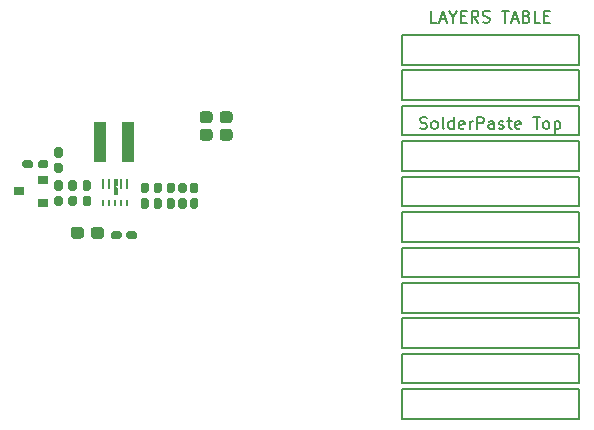
<source format=gbr>
%TF.GenerationSoftware,KiCad,Pcbnew,(5.1.6)-1*%
%TF.CreationDate,2020-07-26T11:23:49+05:30*%
%TF.ProjectId,KiCAD Demo- Buck-Boost Regulator,4b694341-4420-4446-956d-6f2d20427563,rev?*%
%TF.SameCoordinates,Original*%
%TF.FileFunction,Paste,Top*%
%TF.FilePolarity,Positive*%
%FSLAX46Y46*%
G04 Gerber Fmt 4.6, Leading zero omitted, Abs format (unit mm)*
G04 Created by KiCad (PCBNEW (5.1.6)-1) date 2020-07-26 11:23:49*
%MOMM*%
%LPD*%
G01*
G04 APERTURE LIST*
%ADD10C,0.150000*%
%ADD11C,0.010000*%
%ADD12R,0.980000X3.400000*%
%ADD13R,0.900000X0.800000*%
%ADD14R,0.250000X0.600000*%
%ADD15R,0.250000X0.900000*%
%ADD16R,0.250000X1.300000*%
G04 APERTURE END LIST*
D10*
X138726190Y-66202380D02*
X138250000Y-66202380D01*
X138250000Y-65202380D01*
X139011904Y-65916666D02*
X139488095Y-65916666D01*
X138916666Y-66202380D02*
X139250000Y-65202380D01*
X139583333Y-66202380D01*
X140107142Y-65726190D02*
X140107142Y-66202380D01*
X139773809Y-65202380D02*
X140107142Y-65726190D01*
X140440476Y-65202380D01*
X140773809Y-65678571D02*
X141107142Y-65678571D01*
X141250000Y-66202380D02*
X140773809Y-66202380D01*
X140773809Y-65202380D01*
X141250000Y-65202380D01*
X142250000Y-66202380D02*
X141916666Y-65726190D01*
X141678571Y-66202380D02*
X141678571Y-65202380D01*
X142059523Y-65202380D01*
X142154761Y-65250000D01*
X142202380Y-65297619D01*
X142250000Y-65392857D01*
X142250000Y-65535714D01*
X142202380Y-65630952D01*
X142154761Y-65678571D01*
X142059523Y-65726190D01*
X141678571Y-65726190D01*
X142630952Y-66154761D02*
X142773809Y-66202380D01*
X143011904Y-66202380D01*
X143107142Y-66154761D01*
X143154761Y-66107142D01*
X143202380Y-66011904D01*
X143202380Y-65916666D01*
X143154761Y-65821428D01*
X143107142Y-65773809D01*
X143011904Y-65726190D01*
X142821428Y-65678571D01*
X142726190Y-65630952D01*
X142678571Y-65583333D01*
X142630952Y-65488095D01*
X142630952Y-65392857D01*
X142678571Y-65297619D01*
X142726190Y-65250000D01*
X142821428Y-65202380D01*
X143059523Y-65202380D01*
X143202380Y-65250000D01*
X144250000Y-65202380D02*
X144821428Y-65202380D01*
X144535714Y-66202380D02*
X144535714Y-65202380D01*
X145107142Y-65916666D02*
X145583333Y-65916666D01*
X145011904Y-66202380D02*
X145345238Y-65202380D01*
X145678571Y-66202380D01*
X146345238Y-65678571D02*
X146488095Y-65726190D01*
X146535714Y-65773809D01*
X146583333Y-65869047D01*
X146583333Y-66011904D01*
X146535714Y-66107142D01*
X146488095Y-66154761D01*
X146392857Y-66202380D01*
X146011904Y-66202380D01*
X146011904Y-65202380D01*
X146345238Y-65202380D01*
X146440476Y-65250000D01*
X146488095Y-65297619D01*
X146535714Y-65392857D01*
X146535714Y-65488095D01*
X146488095Y-65583333D01*
X146440476Y-65630952D01*
X146345238Y-65678571D01*
X146011904Y-65678571D01*
X147488095Y-66202380D02*
X147011904Y-66202380D01*
X147011904Y-65202380D01*
X147821428Y-65678571D02*
X148154761Y-65678571D01*
X148297619Y-66202380D02*
X147821428Y-66202380D01*
X147821428Y-65202380D01*
X148297619Y-65202380D01*
X137321428Y-75154761D02*
X137464285Y-75202380D01*
X137702380Y-75202380D01*
X137797619Y-75154761D01*
X137845238Y-75107142D01*
X137892857Y-75011904D01*
X137892857Y-74916666D01*
X137845238Y-74821428D01*
X137797619Y-74773809D01*
X137702380Y-74726190D01*
X137511904Y-74678571D01*
X137416666Y-74630952D01*
X137369047Y-74583333D01*
X137321428Y-74488095D01*
X137321428Y-74392857D01*
X137369047Y-74297619D01*
X137416666Y-74250000D01*
X137511904Y-74202380D01*
X137750000Y-74202380D01*
X137892857Y-74250000D01*
X138464285Y-75202380D02*
X138369047Y-75154761D01*
X138321428Y-75107142D01*
X138273809Y-75011904D01*
X138273809Y-74726190D01*
X138321428Y-74630952D01*
X138369047Y-74583333D01*
X138464285Y-74535714D01*
X138607142Y-74535714D01*
X138702380Y-74583333D01*
X138750000Y-74630952D01*
X138797619Y-74726190D01*
X138797619Y-75011904D01*
X138750000Y-75107142D01*
X138702380Y-75154761D01*
X138607142Y-75202380D01*
X138464285Y-75202380D01*
X139369047Y-75202380D02*
X139273809Y-75154761D01*
X139226190Y-75059523D01*
X139226190Y-74202380D01*
X140178571Y-75202380D02*
X140178571Y-74202380D01*
X140178571Y-75154761D02*
X140083333Y-75202380D01*
X139892857Y-75202380D01*
X139797619Y-75154761D01*
X139750000Y-75107142D01*
X139702380Y-75011904D01*
X139702380Y-74726190D01*
X139750000Y-74630952D01*
X139797619Y-74583333D01*
X139892857Y-74535714D01*
X140083333Y-74535714D01*
X140178571Y-74583333D01*
X141035714Y-75154761D02*
X140940476Y-75202380D01*
X140750000Y-75202380D01*
X140654761Y-75154761D01*
X140607142Y-75059523D01*
X140607142Y-74678571D01*
X140654761Y-74583333D01*
X140750000Y-74535714D01*
X140940476Y-74535714D01*
X141035714Y-74583333D01*
X141083333Y-74678571D01*
X141083333Y-74773809D01*
X140607142Y-74869047D01*
X141511904Y-75202380D02*
X141511904Y-74535714D01*
X141511904Y-74726190D02*
X141559523Y-74630952D01*
X141607142Y-74583333D01*
X141702380Y-74535714D01*
X141797619Y-74535714D01*
X142130952Y-75202380D02*
X142130952Y-74202380D01*
X142511904Y-74202380D01*
X142607142Y-74250000D01*
X142654761Y-74297619D01*
X142702380Y-74392857D01*
X142702380Y-74535714D01*
X142654761Y-74630952D01*
X142607142Y-74678571D01*
X142511904Y-74726190D01*
X142130952Y-74726190D01*
X143559523Y-75202380D02*
X143559523Y-74678571D01*
X143511904Y-74583333D01*
X143416666Y-74535714D01*
X143226190Y-74535714D01*
X143130952Y-74583333D01*
X143559523Y-75154761D02*
X143464285Y-75202380D01*
X143226190Y-75202380D01*
X143130952Y-75154761D01*
X143083333Y-75059523D01*
X143083333Y-74964285D01*
X143130952Y-74869047D01*
X143226190Y-74821428D01*
X143464285Y-74821428D01*
X143559523Y-74773809D01*
X143988095Y-75154761D02*
X144083333Y-75202380D01*
X144273809Y-75202380D01*
X144369047Y-75154761D01*
X144416666Y-75059523D01*
X144416666Y-75011904D01*
X144369047Y-74916666D01*
X144273809Y-74869047D01*
X144130952Y-74869047D01*
X144035714Y-74821428D01*
X143988095Y-74726190D01*
X143988095Y-74678571D01*
X144035714Y-74583333D01*
X144130952Y-74535714D01*
X144273809Y-74535714D01*
X144369047Y-74583333D01*
X144702380Y-74535714D02*
X145083333Y-74535714D01*
X144845238Y-74202380D02*
X144845238Y-75059523D01*
X144892857Y-75154761D01*
X144988095Y-75202380D01*
X145083333Y-75202380D01*
X145797619Y-75154761D02*
X145702380Y-75202380D01*
X145511904Y-75202380D01*
X145416666Y-75154761D01*
X145369047Y-75059523D01*
X145369047Y-74678571D01*
X145416666Y-74583333D01*
X145511904Y-74535714D01*
X145702380Y-74535714D01*
X145797619Y-74583333D01*
X145845238Y-74678571D01*
X145845238Y-74773809D01*
X145369047Y-74869047D01*
X146892857Y-74202380D02*
X147464285Y-74202380D01*
X147178571Y-75202380D02*
X147178571Y-74202380D01*
X147940476Y-75202380D02*
X147845238Y-75154761D01*
X147797619Y-75107142D01*
X147750000Y-75011904D01*
X147750000Y-74726190D01*
X147797619Y-74630952D01*
X147845238Y-74583333D01*
X147940476Y-74535714D01*
X148083333Y-74535714D01*
X148178571Y-74583333D01*
X148226190Y-74630952D01*
X148273809Y-74726190D01*
X148273809Y-75011904D01*
X148226190Y-75107142D01*
X148178571Y-75154761D01*
X148083333Y-75202380D01*
X147940476Y-75202380D01*
X148702380Y-74535714D02*
X148702380Y-75535714D01*
X148702380Y-74583333D02*
X148797619Y-74535714D01*
X148988095Y-74535714D01*
X149083333Y-74583333D01*
X149130952Y-74630952D01*
X149178571Y-74726190D01*
X149178571Y-75011904D01*
X149130952Y-75107142D01*
X149083333Y-75154761D01*
X148988095Y-75202380D01*
X148797619Y-75202380D01*
X148702380Y-75154761D01*
X135750000Y-93750000D02*
X135750000Y-91250000D01*
X135750000Y-97250000D02*
X150750000Y-97250000D01*
X150750000Y-93750000D02*
X135750000Y-93750000D01*
X135750000Y-91250000D02*
X150750000Y-91250000D01*
X150750000Y-91250000D02*
X150750000Y-93750000D01*
X135750000Y-99750000D02*
X135750000Y-97250000D01*
X135750000Y-94250000D02*
X150750000Y-94250000D01*
X150750000Y-97250000D02*
X150750000Y-99750000D01*
X150750000Y-94250000D02*
X150750000Y-96750000D01*
X150750000Y-99750000D02*
X135750000Y-99750000D01*
X150750000Y-96750000D02*
X135750000Y-96750000D01*
X135750000Y-96750000D02*
X135750000Y-94250000D01*
X150750000Y-82250000D02*
X150750000Y-84750000D01*
X135750000Y-82250000D02*
X150750000Y-82250000D01*
X135750000Y-85250000D02*
X150750000Y-85250000D01*
X150750000Y-85250000D02*
X150750000Y-87750000D01*
X135750000Y-90750000D02*
X135750000Y-88250000D01*
X150750000Y-88250000D02*
X150750000Y-90750000D01*
X150750000Y-90750000D02*
X135750000Y-90750000D01*
X135750000Y-88250000D02*
X150750000Y-88250000D01*
X135750000Y-84750000D02*
X135750000Y-82250000D01*
X150750000Y-84750000D02*
X135750000Y-84750000D01*
X150750000Y-87750000D02*
X135750000Y-87750000D01*
X135750000Y-87750000D02*
X135750000Y-85250000D01*
X135750000Y-79250000D02*
X150750000Y-79250000D01*
X150750000Y-79250000D02*
X150750000Y-81750000D01*
X150750000Y-81750000D02*
X135750000Y-81750000D01*
X135750000Y-81750000D02*
X135750000Y-79250000D01*
X135750000Y-76250000D02*
X150750000Y-76250000D01*
X150750000Y-76250000D02*
X150750000Y-78750000D01*
X150750000Y-78750000D02*
X135750000Y-78750000D01*
X135750000Y-78750000D02*
X135750000Y-76250000D01*
X135750000Y-73250000D02*
X150750000Y-73250000D01*
X150750000Y-73250000D02*
X150750000Y-75750000D01*
X150750000Y-75750000D02*
X135750000Y-75750000D01*
X135750000Y-75750000D02*
X135750000Y-73250000D01*
X135750000Y-70250000D02*
X150750000Y-70250000D01*
X150750000Y-70250000D02*
X150750000Y-72750000D01*
X150750000Y-72750000D02*
X135750000Y-72750000D01*
X135750000Y-72750000D02*
X135750000Y-70250000D01*
X135750000Y-69750000D02*
X135750000Y-67250000D01*
X150750000Y-69750000D02*
X135750000Y-69750000D01*
X150750000Y-67250000D02*
X150750000Y-69750000D01*
X135750000Y-67250000D02*
X150750000Y-67250000D01*
D11*
%TO.C,U1*%
G36*
X111625000Y-80200000D02*
G01*
X111625000Y-80650000D01*
X111624931Y-80652617D01*
X111624726Y-80655226D01*
X111624384Y-80657822D01*
X111623907Y-80660396D01*
X111623296Y-80662941D01*
X111622553Y-80665451D01*
X111621679Y-80667918D01*
X111620677Y-80670337D01*
X111619550Y-80672700D01*
X111618301Y-80675000D01*
X111616934Y-80677232D01*
X111615451Y-80679389D01*
X111613857Y-80681466D01*
X111612157Y-80683457D01*
X111610355Y-80685355D01*
X111608457Y-80687157D01*
X111606466Y-80688857D01*
X111604389Y-80690451D01*
X111602232Y-80691934D01*
X111600000Y-80693301D01*
X111597700Y-80694550D01*
X111595337Y-80695677D01*
X111592918Y-80696679D01*
X111590451Y-80697553D01*
X111587941Y-80698296D01*
X111585396Y-80698907D01*
X111582822Y-80699384D01*
X111580226Y-80699726D01*
X111577617Y-80699932D01*
X111575000Y-80700000D01*
X111425000Y-80700000D01*
X111422383Y-80699932D01*
X111419774Y-80699726D01*
X111417178Y-80699384D01*
X111414604Y-80698907D01*
X111412059Y-80698296D01*
X111409549Y-80697553D01*
X111407082Y-80696679D01*
X111404663Y-80695677D01*
X111402300Y-80694550D01*
X111400000Y-80693301D01*
X111397768Y-80691934D01*
X111395611Y-80690451D01*
X111393534Y-80688857D01*
X111391543Y-80687157D01*
X111389645Y-80685355D01*
X111387843Y-80683457D01*
X111386143Y-80681466D01*
X111384549Y-80679389D01*
X111383066Y-80677232D01*
X111381699Y-80675000D01*
X111380450Y-80672700D01*
X111379323Y-80670337D01*
X111378321Y-80667918D01*
X111377447Y-80665451D01*
X111376704Y-80662941D01*
X111376093Y-80660396D01*
X111375616Y-80657822D01*
X111375274Y-80655226D01*
X111375069Y-80652617D01*
X111375000Y-80650000D01*
X111375000Y-80200000D01*
X111375069Y-80197383D01*
X111375274Y-80194774D01*
X111375616Y-80192178D01*
X111376093Y-80189604D01*
X111376704Y-80187059D01*
X111377447Y-80184549D01*
X111378321Y-80182082D01*
X111379323Y-80179663D01*
X111380450Y-80177300D01*
X111381699Y-80175000D01*
X111383066Y-80172768D01*
X111384549Y-80170611D01*
X111386143Y-80168534D01*
X111387843Y-80166543D01*
X111389645Y-80164645D01*
X111391543Y-80162843D01*
X111393534Y-80161143D01*
X111395611Y-80159549D01*
X111397768Y-80158066D01*
X111400000Y-80156699D01*
X111402300Y-80155450D01*
X111404663Y-80154323D01*
X111407082Y-80153321D01*
X111409549Y-80152447D01*
X111412059Y-80151704D01*
X111414604Y-80151093D01*
X111417178Y-80150616D01*
X111419774Y-80150274D01*
X111422383Y-80150069D01*
X111425000Y-80150000D01*
X111575000Y-80150000D01*
X111577617Y-80150069D01*
X111580226Y-80150274D01*
X111582822Y-80150616D01*
X111585396Y-80151093D01*
X111587941Y-80151704D01*
X111590451Y-80152447D01*
X111592918Y-80153321D01*
X111595337Y-80154323D01*
X111597700Y-80155450D01*
X111600000Y-80156699D01*
X111602232Y-80158066D01*
X111604389Y-80159549D01*
X111606466Y-80161143D01*
X111608457Y-80162843D01*
X111610355Y-80164645D01*
X111612157Y-80166543D01*
X111613857Y-80168534D01*
X111615451Y-80170611D01*
X111616934Y-80172768D01*
X111618301Y-80175000D01*
X111619550Y-80177300D01*
X111620677Y-80179663D01*
X111621679Y-80182082D01*
X111622553Y-80184549D01*
X111623296Y-80187059D01*
X111623907Y-80189604D01*
X111624384Y-80192178D01*
X111624726Y-80194774D01*
X111624931Y-80197383D01*
X111625000Y-80200000D01*
G37*
X111625000Y-80200000D02*
X111625000Y-80650000D01*
X111624931Y-80652617D01*
X111624726Y-80655226D01*
X111624384Y-80657822D01*
X111623907Y-80660396D01*
X111623296Y-80662941D01*
X111622553Y-80665451D01*
X111621679Y-80667918D01*
X111620677Y-80670337D01*
X111619550Y-80672700D01*
X111618301Y-80675000D01*
X111616934Y-80677232D01*
X111615451Y-80679389D01*
X111613857Y-80681466D01*
X111612157Y-80683457D01*
X111610355Y-80685355D01*
X111608457Y-80687157D01*
X111606466Y-80688857D01*
X111604389Y-80690451D01*
X111602232Y-80691934D01*
X111600000Y-80693301D01*
X111597700Y-80694550D01*
X111595337Y-80695677D01*
X111592918Y-80696679D01*
X111590451Y-80697553D01*
X111587941Y-80698296D01*
X111585396Y-80698907D01*
X111582822Y-80699384D01*
X111580226Y-80699726D01*
X111577617Y-80699932D01*
X111575000Y-80700000D01*
X111425000Y-80700000D01*
X111422383Y-80699932D01*
X111419774Y-80699726D01*
X111417178Y-80699384D01*
X111414604Y-80698907D01*
X111412059Y-80698296D01*
X111409549Y-80697553D01*
X111407082Y-80696679D01*
X111404663Y-80695677D01*
X111402300Y-80694550D01*
X111400000Y-80693301D01*
X111397768Y-80691934D01*
X111395611Y-80690451D01*
X111393534Y-80688857D01*
X111391543Y-80687157D01*
X111389645Y-80685355D01*
X111387843Y-80683457D01*
X111386143Y-80681466D01*
X111384549Y-80679389D01*
X111383066Y-80677232D01*
X111381699Y-80675000D01*
X111380450Y-80672700D01*
X111379323Y-80670337D01*
X111378321Y-80667918D01*
X111377447Y-80665451D01*
X111376704Y-80662941D01*
X111376093Y-80660396D01*
X111375616Y-80657822D01*
X111375274Y-80655226D01*
X111375069Y-80652617D01*
X111375000Y-80650000D01*
X111375000Y-80200000D01*
X111375069Y-80197383D01*
X111375274Y-80194774D01*
X111375616Y-80192178D01*
X111376093Y-80189604D01*
X111376704Y-80187059D01*
X111377447Y-80184549D01*
X111378321Y-80182082D01*
X111379323Y-80179663D01*
X111380450Y-80177300D01*
X111381699Y-80175000D01*
X111383066Y-80172768D01*
X111384549Y-80170611D01*
X111386143Y-80168534D01*
X111387843Y-80166543D01*
X111389645Y-80164645D01*
X111391543Y-80162843D01*
X111393534Y-80161143D01*
X111395611Y-80159549D01*
X111397768Y-80158066D01*
X111400000Y-80156699D01*
X111402300Y-80155450D01*
X111404663Y-80154323D01*
X111407082Y-80153321D01*
X111409549Y-80152447D01*
X111412059Y-80151704D01*
X111414604Y-80151093D01*
X111417178Y-80150616D01*
X111419774Y-80150274D01*
X111422383Y-80150069D01*
X111425000Y-80150000D01*
X111575000Y-80150000D01*
X111577617Y-80150069D01*
X111580226Y-80150274D01*
X111582822Y-80150616D01*
X111585396Y-80151093D01*
X111587941Y-80151704D01*
X111590451Y-80152447D01*
X111592918Y-80153321D01*
X111595337Y-80154323D01*
X111597700Y-80155450D01*
X111600000Y-80156699D01*
X111602232Y-80158066D01*
X111604389Y-80159549D01*
X111606466Y-80161143D01*
X111608457Y-80162843D01*
X111610355Y-80164645D01*
X111612157Y-80166543D01*
X111613857Y-80168534D01*
X111615451Y-80170611D01*
X111616934Y-80172768D01*
X111618301Y-80175000D01*
X111619550Y-80177300D01*
X111620677Y-80179663D01*
X111621679Y-80182082D01*
X111622553Y-80184549D01*
X111623296Y-80187059D01*
X111623907Y-80189604D01*
X111624384Y-80192178D01*
X111624726Y-80194774D01*
X111624931Y-80197383D01*
X111625000Y-80200000D01*
G36*
X111625000Y-79450000D02*
G01*
X111625000Y-79900000D01*
X111624931Y-79902617D01*
X111624726Y-79905226D01*
X111624384Y-79907822D01*
X111623907Y-79910396D01*
X111623296Y-79912941D01*
X111622553Y-79915451D01*
X111621679Y-79917918D01*
X111620677Y-79920337D01*
X111619550Y-79922700D01*
X111618301Y-79925000D01*
X111616934Y-79927232D01*
X111615451Y-79929389D01*
X111613857Y-79931466D01*
X111612157Y-79933457D01*
X111610355Y-79935355D01*
X111608457Y-79937157D01*
X111606466Y-79938857D01*
X111604389Y-79940451D01*
X111602232Y-79941934D01*
X111600000Y-79943301D01*
X111597700Y-79944550D01*
X111595337Y-79945677D01*
X111592918Y-79946679D01*
X111590451Y-79947553D01*
X111587941Y-79948296D01*
X111585396Y-79948907D01*
X111582822Y-79949384D01*
X111580226Y-79949726D01*
X111577617Y-79949931D01*
X111575000Y-79950000D01*
X111425000Y-79950000D01*
X111422383Y-79949931D01*
X111419774Y-79949726D01*
X111417178Y-79949384D01*
X111414604Y-79948907D01*
X111412059Y-79948296D01*
X111409549Y-79947553D01*
X111407082Y-79946679D01*
X111404663Y-79945677D01*
X111402300Y-79944550D01*
X111400000Y-79943301D01*
X111397768Y-79941934D01*
X111395611Y-79940451D01*
X111393534Y-79938857D01*
X111391543Y-79937157D01*
X111389645Y-79935355D01*
X111387843Y-79933457D01*
X111386143Y-79931466D01*
X111384549Y-79929389D01*
X111383066Y-79927232D01*
X111381699Y-79925000D01*
X111380450Y-79922700D01*
X111379323Y-79920337D01*
X111378321Y-79917918D01*
X111377447Y-79915451D01*
X111376704Y-79912941D01*
X111376093Y-79910396D01*
X111375616Y-79907822D01*
X111375274Y-79905226D01*
X111375069Y-79902617D01*
X111375000Y-79900000D01*
X111375000Y-79450000D01*
X111375069Y-79447380D01*
X111375274Y-79444770D01*
X111375616Y-79442180D01*
X111376093Y-79439600D01*
X111376704Y-79437060D01*
X111377447Y-79434550D01*
X111378321Y-79432080D01*
X111379323Y-79429660D01*
X111380450Y-79427300D01*
X111381699Y-79425000D01*
X111383066Y-79422770D01*
X111384549Y-79420610D01*
X111386143Y-79418530D01*
X111387843Y-79416540D01*
X111389645Y-79414640D01*
X111391543Y-79412840D01*
X111393534Y-79411140D01*
X111395611Y-79409550D01*
X111397768Y-79408070D01*
X111400000Y-79406700D01*
X111402300Y-79405450D01*
X111404663Y-79404320D01*
X111407082Y-79403320D01*
X111409549Y-79402450D01*
X111412059Y-79401700D01*
X111414604Y-79401090D01*
X111417178Y-79400620D01*
X111419774Y-79400270D01*
X111422383Y-79400070D01*
X111425000Y-79400000D01*
X111575000Y-79400000D01*
X111577617Y-79400070D01*
X111580226Y-79400270D01*
X111582822Y-79400620D01*
X111585396Y-79401090D01*
X111587941Y-79401700D01*
X111590451Y-79402450D01*
X111592918Y-79403320D01*
X111595337Y-79404320D01*
X111597700Y-79405450D01*
X111600000Y-79406700D01*
X111602232Y-79408070D01*
X111604389Y-79409550D01*
X111606466Y-79411140D01*
X111608457Y-79412840D01*
X111610355Y-79414640D01*
X111612157Y-79416540D01*
X111613857Y-79418530D01*
X111615451Y-79420610D01*
X111616934Y-79422770D01*
X111618301Y-79425000D01*
X111619550Y-79427300D01*
X111620677Y-79429660D01*
X111621679Y-79432080D01*
X111622553Y-79434550D01*
X111623296Y-79437060D01*
X111623907Y-79439600D01*
X111624384Y-79442180D01*
X111624726Y-79444770D01*
X111624931Y-79447380D01*
X111625000Y-79450000D01*
G37*
X111625000Y-79450000D02*
X111625000Y-79900000D01*
X111624931Y-79902617D01*
X111624726Y-79905226D01*
X111624384Y-79907822D01*
X111623907Y-79910396D01*
X111623296Y-79912941D01*
X111622553Y-79915451D01*
X111621679Y-79917918D01*
X111620677Y-79920337D01*
X111619550Y-79922700D01*
X111618301Y-79925000D01*
X111616934Y-79927232D01*
X111615451Y-79929389D01*
X111613857Y-79931466D01*
X111612157Y-79933457D01*
X111610355Y-79935355D01*
X111608457Y-79937157D01*
X111606466Y-79938857D01*
X111604389Y-79940451D01*
X111602232Y-79941934D01*
X111600000Y-79943301D01*
X111597700Y-79944550D01*
X111595337Y-79945677D01*
X111592918Y-79946679D01*
X111590451Y-79947553D01*
X111587941Y-79948296D01*
X111585396Y-79948907D01*
X111582822Y-79949384D01*
X111580226Y-79949726D01*
X111577617Y-79949931D01*
X111575000Y-79950000D01*
X111425000Y-79950000D01*
X111422383Y-79949931D01*
X111419774Y-79949726D01*
X111417178Y-79949384D01*
X111414604Y-79948907D01*
X111412059Y-79948296D01*
X111409549Y-79947553D01*
X111407082Y-79946679D01*
X111404663Y-79945677D01*
X111402300Y-79944550D01*
X111400000Y-79943301D01*
X111397768Y-79941934D01*
X111395611Y-79940451D01*
X111393534Y-79938857D01*
X111391543Y-79937157D01*
X111389645Y-79935355D01*
X111387843Y-79933457D01*
X111386143Y-79931466D01*
X111384549Y-79929389D01*
X111383066Y-79927232D01*
X111381699Y-79925000D01*
X111380450Y-79922700D01*
X111379323Y-79920337D01*
X111378321Y-79917918D01*
X111377447Y-79915451D01*
X111376704Y-79912941D01*
X111376093Y-79910396D01*
X111375616Y-79907822D01*
X111375274Y-79905226D01*
X111375069Y-79902617D01*
X111375000Y-79900000D01*
X111375000Y-79450000D01*
X111375069Y-79447380D01*
X111375274Y-79444770D01*
X111375616Y-79442180D01*
X111376093Y-79439600D01*
X111376704Y-79437060D01*
X111377447Y-79434550D01*
X111378321Y-79432080D01*
X111379323Y-79429660D01*
X111380450Y-79427300D01*
X111381699Y-79425000D01*
X111383066Y-79422770D01*
X111384549Y-79420610D01*
X111386143Y-79418530D01*
X111387843Y-79416540D01*
X111389645Y-79414640D01*
X111391543Y-79412840D01*
X111393534Y-79411140D01*
X111395611Y-79409550D01*
X111397768Y-79408070D01*
X111400000Y-79406700D01*
X111402300Y-79405450D01*
X111404663Y-79404320D01*
X111407082Y-79403320D01*
X111409549Y-79402450D01*
X111412059Y-79401700D01*
X111414604Y-79401090D01*
X111417178Y-79400620D01*
X111419774Y-79400270D01*
X111422383Y-79400070D01*
X111425000Y-79400000D01*
X111575000Y-79400000D01*
X111577617Y-79400070D01*
X111580226Y-79400270D01*
X111582822Y-79400620D01*
X111585396Y-79401090D01*
X111587941Y-79401700D01*
X111590451Y-79402450D01*
X111592918Y-79403320D01*
X111595337Y-79404320D01*
X111597700Y-79405450D01*
X111600000Y-79406700D01*
X111602232Y-79408070D01*
X111604389Y-79409550D01*
X111606466Y-79411140D01*
X111608457Y-79412840D01*
X111610355Y-79414640D01*
X111612157Y-79416540D01*
X111613857Y-79418530D01*
X111615451Y-79420610D01*
X111616934Y-79422770D01*
X111618301Y-79425000D01*
X111619550Y-79427300D01*
X111620677Y-79429660D01*
X111621679Y-79432080D01*
X111622553Y-79434550D01*
X111623296Y-79437060D01*
X111623907Y-79439600D01*
X111624384Y-79442180D01*
X111624726Y-79444770D01*
X111624931Y-79447380D01*
X111625000Y-79450000D01*
%TD*%
%TO.C,R5*%
G36*
G01*
X112450000Y-84375000D02*
X112450000Y-84025000D01*
G75*
G02*
X112625000Y-83850000I175000J0D01*
G01*
X113175000Y-83850000D01*
G75*
G02*
X113350000Y-84025000I0J-175000D01*
G01*
X113350000Y-84375000D01*
G75*
G02*
X113175000Y-84550000I-175000J0D01*
G01*
X112625000Y-84550000D01*
G75*
G02*
X112450000Y-84375000I0J175000D01*
G01*
G37*
G36*
G01*
X111150000Y-84375000D02*
X111150000Y-84025000D01*
G75*
G02*
X111325000Y-83850000I175000J0D01*
G01*
X111875000Y-83850000D01*
G75*
G02*
X112050000Y-84025000I0J-175000D01*
G01*
X112050000Y-84375000D01*
G75*
G02*
X111875000Y-84550000I-175000J0D01*
G01*
X111325000Y-84550000D01*
G75*
G02*
X111150000Y-84375000I0J175000D01*
G01*
G37*
%TD*%
%TO.C,R1*%
G36*
G01*
X117025000Y-81050000D02*
X117375000Y-81050000D01*
G75*
G02*
X117550000Y-81225000I0J-175000D01*
G01*
X117550000Y-81775000D01*
G75*
G02*
X117375000Y-81950000I-175000J0D01*
G01*
X117025000Y-81950000D01*
G75*
G02*
X116850000Y-81775000I0J175000D01*
G01*
X116850000Y-81225000D01*
G75*
G02*
X117025000Y-81050000I175000J0D01*
G01*
G37*
G36*
G01*
X117025000Y-79750000D02*
X117375000Y-79750000D01*
G75*
G02*
X117550000Y-79925000I0J-175000D01*
G01*
X117550000Y-80475000D01*
G75*
G02*
X117375000Y-80650000I-175000J0D01*
G01*
X117025000Y-80650000D01*
G75*
G02*
X116850000Y-80475000I0J175000D01*
G01*
X116850000Y-79925000D01*
G75*
G02*
X117025000Y-79750000I175000J0D01*
G01*
G37*
%TD*%
%TO.C,C1*%
G36*
G01*
X105850000Y-78025000D02*
X105850000Y-78375000D01*
G75*
G02*
X105675000Y-78550000I-175000J0D01*
G01*
X105125000Y-78550000D01*
G75*
G02*
X104950000Y-78375000I0J175000D01*
G01*
X104950000Y-78025000D01*
G75*
G02*
X105125000Y-77850000I175000J0D01*
G01*
X105675000Y-77850000D01*
G75*
G02*
X105850000Y-78025000I0J-175000D01*
G01*
G37*
G36*
G01*
X104550000Y-78025000D02*
X104550000Y-78375000D01*
G75*
G02*
X104375000Y-78550000I-175000J0D01*
G01*
X103825000Y-78550000D01*
G75*
G02*
X103650000Y-78375000I0J175000D01*
G01*
X103650000Y-78025000D01*
G75*
G02*
X103825000Y-77850000I175000J0D01*
G01*
X104375000Y-77850000D01*
G75*
G02*
X104550000Y-78025000I0J-175000D01*
G01*
G37*
%TD*%
%TO.C,C2*%
G36*
G01*
X106525000Y-79550000D02*
X106875000Y-79550000D01*
G75*
G02*
X107050000Y-79725000I0J-175000D01*
G01*
X107050000Y-80275000D01*
G75*
G02*
X106875000Y-80450000I-175000J0D01*
G01*
X106525000Y-80450000D01*
G75*
G02*
X106350000Y-80275000I0J175000D01*
G01*
X106350000Y-79725000D01*
G75*
G02*
X106525000Y-79550000I175000J0D01*
G01*
G37*
G36*
G01*
X106525000Y-80850000D02*
X106875000Y-80850000D01*
G75*
G02*
X107050000Y-81025000I0J-175000D01*
G01*
X107050000Y-81575000D01*
G75*
G02*
X106875000Y-81750000I-175000J0D01*
G01*
X106525000Y-81750000D01*
G75*
G02*
X106350000Y-81575000I0J175000D01*
G01*
X106350000Y-81025000D01*
G75*
G02*
X106525000Y-80850000I175000J0D01*
G01*
G37*
%TD*%
%TO.C,C3*%
G36*
G01*
X107725000Y-79550000D02*
X108075000Y-79550000D01*
G75*
G02*
X108250000Y-79725000I0J-175000D01*
G01*
X108250000Y-80275000D01*
G75*
G02*
X108075000Y-80450000I-175000J0D01*
G01*
X107725000Y-80450000D01*
G75*
G02*
X107550000Y-80275000I0J175000D01*
G01*
X107550000Y-79725000D01*
G75*
G02*
X107725000Y-79550000I175000J0D01*
G01*
G37*
G36*
G01*
X107725000Y-80850000D02*
X108075000Y-80850000D01*
G75*
G02*
X108250000Y-81025000I0J-175000D01*
G01*
X108250000Y-81575000D01*
G75*
G02*
X108075000Y-81750000I-175000J0D01*
G01*
X107725000Y-81750000D01*
G75*
G02*
X107550000Y-81575000I0J175000D01*
G01*
X107550000Y-81025000D01*
G75*
G02*
X107725000Y-80850000I175000J0D01*
G01*
G37*
%TD*%
%TO.C,C4*%
G36*
G01*
X108925000Y-80850000D02*
X109275000Y-80850000D01*
G75*
G02*
X109450000Y-81025000I0J-175000D01*
G01*
X109450000Y-81575000D01*
G75*
G02*
X109275000Y-81750000I-175000J0D01*
G01*
X108925000Y-81750000D01*
G75*
G02*
X108750000Y-81575000I0J175000D01*
G01*
X108750000Y-81025000D01*
G75*
G02*
X108925000Y-80850000I175000J0D01*
G01*
G37*
G36*
G01*
X108925000Y-79550000D02*
X109275000Y-79550000D01*
G75*
G02*
X109450000Y-79725000I0J-175000D01*
G01*
X109450000Y-80275000D01*
G75*
G02*
X109275000Y-80450000I-175000J0D01*
G01*
X108925000Y-80450000D01*
G75*
G02*
X108750000Y-80275000I0J175000D01*
G01*
X108750000Y-79725000D01*
G75*
G02*
X108925000Y-79550000I175000J0D01*
G01*
G37*
%TD*%
%TO.C,C5*%
G36*
G01*
X113825000Y-81050000D02*
X114175000Y-81050000D01*
G75*
G02*
X114350000Y-81225000I0J-175000D01*
G01*
X114350000Y-81775000D01*
G75*
G02*
X114175000Y-81950000I-175000J0D01*
G01*
X113825000Y-81950000D01*
G75*
G02*
X113650000Y-81775000I0J175000D01*
G01*
X113650000Y-81225000D01*
G75*
G02*
X113825000Y-81050000I175000J0D01*
G01*
G37*
G36*
G01*
X113825000Y-79750000D02*
X114175000Y-79750000D01*
G75*
G02*
X114350000Y-79925000I0J-175000D01*
G01*
X114350000Y-80475000D01*
G75*
G02*
X114175000Y-80650000I-175000J0D01*
G01*
X113825000Y-80650000D01*
G75*
G02*
X113650000Y-80475000I0J175000D01*
G01*
X113650000Y-79925000D01*
G75*
G02*
X113825000Y-79750000I175000J0D01*
G01*
G37*
%TD*%
%TO.C,C6*%
G36*
G01*
X114925000Y-81050000D02*
X115275000Y-81050000D01*
G75*
G02*
X115450000Y-81225000I0J-175000D01*
G01*
X115450000Y-81775000D01*
G75*
G02*
X115275000Y-81950000I-175000J0D01*
G01*
X114925000Y-81950000D01*
G75*
G02*
X114750000Y-81775000I0J175000D01*
G01*
X114750000Y-81225000D01*
G75*
G02*
X114925000Y-81050000I175000J0D01*
G01*
G37*
G36*
G01*
X114925000Y-79750000D02*
X115275000Y-79750000D01*
G75*
G02*
X115450000Y-79925000I0J-175000D01*
G01*
X115450000Y-80475000D01*
G75*
G02*
X115275000Y-80650000I-175000J0D01*
G01*
X114925000Y-80650000D01*
G75*
G02*
X114750000Y-80475000I0J175000D01*
G01*
X114750000Y-79925000D01*
G75*
G02*
X114925000Y-79750000I175000J0D01*
G01*
G37*
%TD*%
%TO.C,C7*%
G36*
G01*
X116025000Y-79750000D02*
X116375000Y-79750000D01*
G75*
G02*
X116550000Y-79925000I0J-175000D01*
G01*
X116550000Y-80475000D01*
G75*
G02*
X116375000Y-80650000I-175000J0D01*
G01*
X116025000Y-80650000D01*
G75*
G02*
X115850000Y-80475000I0J175000D01*
G01*
X115850000Y-79925000D01*
G75*
G02*
X116025000Y-79750000I175000J0D01*
G01*
G37*
G36*
G01*
X116025000Y-81050000D02*
X116375000Y-81050000D01*
G75*
G02*
X116550000Y-81225000I0J-175000D01*
G01*
X116550000Y-81775000D01*
G75*
G02*
X116375000Y-81950000I-175000J0D01*
G01*
X116025000Y-81950000D01*
G75*
G02*
X115850000Y-81775000I0J175000D01*
G01*
X115850000Y-81225000D01*
G75*
G02*
X116025000Y-81050000I175000J0D01*
G01*
G37*
%TD*%
%TO.C,D1*%
G36*
G01*
X121450000Y-75450000D02*
X121450000Y-75950000D01*
G75*
G02*
X121200000Y-76200000I-250000J0D01*
G01*
X120600000Y-76200000D01*
G75*
G02*
X120350000Y-75950000I0J250000D01*
G01*
X120350000Y-75450000D01*
G75*
G02*
X120600000Y-75200000I250000J0D01*
G01*
X121200000Y-75200000D01*
G75*
G02*
X121450000Y-75450000I0J-250000D01*
G01*
G37*
G36*
G01*
X119750000Y-75450000D02*
X119750000Y-75950000D01*
G75*
G02*
X119500000Y-76200000I-250000J0D01*
G01*
X118900000Y-76200000D01*
G75*
G02*
X118650000Y-75950000I0J250000D01*
G01*
X118650000Y-75450000D01*
G75*
G02*
X118900000Y-75200000I250000J0D01*
G01*
X119500000Y-75200000D01*
G75*
G02*
X119750000Y-75450000I0J-250000D01*
G01*
G37*
%TD*%
D12*
%TO.C,L1*%
X110200000Y-76300000D03*
X112570000Y-76300000D03*
%TD*%
D13*
%TO.C,Q1*%
X105400000Y-81450000D03*
X105400000Y-79550000D03*
X103400000Y-80500000D03*
%TD*%
%TO.C,R2*%
G36*
G01*
X106525000Y-76750000D02*
X106875000Y-76750000D01*
G75*
G02*
X107050000Y-76925000I0J-175000D01*
G01*
X107050000Y-77475000D01*
G75*
G02*
X106875000Y-77650000I-175000J0D01*
G01*
X106525000Y-77650000D01*
G75*
G02*
X106350000Y-77475000I0J175000D01*
G01*
X106350000Y-76925000D01*
G75*
G02*
X106525000Y-76750000I175000J0D01*
G01*
G37*
G36*
G01*
X106525000Y-78050000D02*
X106875000Y-78050000D01*
G75*
G02*
X107050000Y-78225000I0J-175000D01*
G01*
X107050000Y-78775000D01*
G75*
G02*
X106875000Y-78950000I-175000J0D01*
G01*
X106525000Y-78950000D01*
G75*
G02*
X106350000Y-78775000I0J175000D01*
G01*
X106350000Y-78225000D01*
G75*
G02*
X106525000Y-78050000I175000J0D01*
G01*
G37*
%TD*%
%TO.C,R4*%
G36*
G01*
X107750000Y-84250000D02*
X107750000Y-83750000D01*
G75*
G02*
X108000000Y-83500000I250000J0D01*
G01*
X108600000Y-83500000D01*
G75*
G02*
X108850000Y-83750000I0J-250000D01*
G01*
X108850000Y-84250000D01*
G75*
G02*
X108600000Y-84500000I-250000J0D01*
G01*
X108000000Y-84500000D01*
G75*
G02*
X107750000Y-84250000I0J250000D01*
G01*
G37*
G36*
G01*
X109450000Y-84250000D02*
X109450000Y-83750000D01*
G75*
G02*
X109700000Y-83500000I250000J0D01*
G01*
X110300000Y-83500000D01*
G75*
G02*
X110550000Y-83750000I0J-250000D01*
G01*
X110550000Y-84250000D01*
G75*
G02*
X110300000Y-84500000I-250000J0D01*
G01*
X109700000Y-84500000D01*
G75*
G02*
X109450000Y-84250000I0J250000D01*
G01*
G37*
%TD*%
%TO.C,R6*%
G36*
G01*
X119750000Y-73950000D02*
X119750000Y-74450000D01*
G75*
G02*
X119500000Y-74700000I-250000J0D01*
G01*
X118900000Y-74700000D01*
G75*
G02*
X118650000Y-74450000I0J250000D01*
G01*
X118650000Y-73950000D01*
G75*
G02*
X118900000Y-73700000I250000J0D01*
G01*
X119500000Y-73700000D01*
G75*
G02*
X119750000Y-73950000I0J-250000D01*
G01*
G37*
G36*
G01*
X121450000Y-73950000D02*
X121450000Y-74450000D01*
G75*
G02*
X121200000Y-74700000I-250000J0D01*
G01*
X120600000Y-74700000D01*
G75*
G02*
X120350000Y-74450000I0J250000D01*
G01*
X120350000Y-73950000D01*
G75*
G02*
X120600000Y-73700000I250000J0D01*
G01*
X121200000Y-73700000D01*
G75*
G02*
X121450000Y-73950000I0J-250000D01*
G01*
G37*
%TD*%
D14*
%TO.C,U1*%
X110500000Y-81500000D03*
X111000000Y-81500000D03*
X111500000Y-81500000D03*
X112000000Y-81500000D03*
D15*
X112500000Y-79850000D03*
X112000000Y-79850000D03*
D16*
X111500000Y-80050000D03*
D14*
X112500000Y-81500000D03*
D15*
X111000000Y-79850000D03*
X110500000Y-79850000D03*
%TD*%
%TO.C,R3*%
G36*
G01*
X118375000Y-81950000D02*
X118025000Y-81950000D01*
G75*
G02*
X117850000Y-81775000I0J175000D01*
G01*
X117850000Y-81225000D01*
G75*
G02*
X118025000Y-81050000I175000J0D01*
G01*
X118375000Y-81050000D01*
G75*
G02*
X118550000Y-81225000I0J-175000D01*
G01*
X118550000Y-81775000D01*
G75*
G02*
X118375000Y-81950000I-175000J0D01*
G01*
G37*
G36*
G01*
X118375000Y-80650000D02*
X118025000Y-80650000D01*
G75*
G02*
X117850000Y-80475000I0J175000D01*
G01*
X117850000Y-79925000D01*
G75*
G02*
X118025000Y-79750000I175000J0D01*
G01*
X118375000Y-79750000D01*
G75*
G02*
X118550000Y-79925000I0J-175000D01*
G01*
X118550000Y-80475000D01*
G75*
G02*
X118375000Y-80650000I-175000J0D01*
G01*
G37*
%TD*%
M02*

</source>
